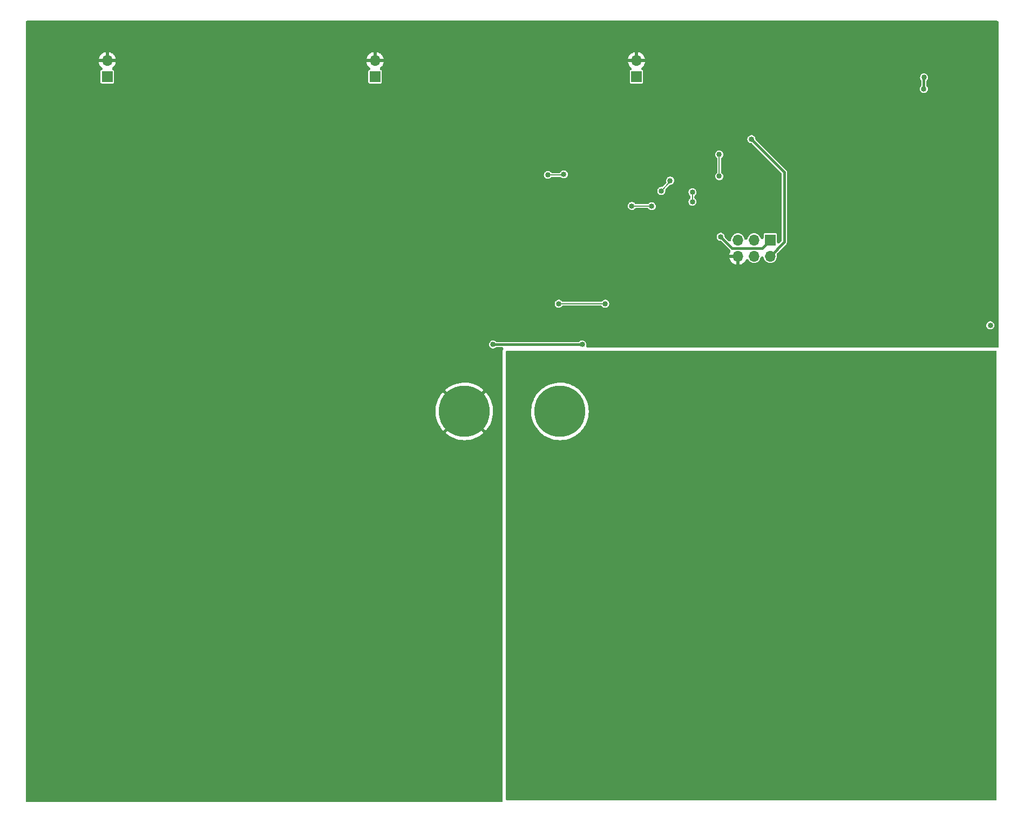
<source format=gbr>
%TF.GenerationSoftware,KiCad,Pcbnew,6.0.0-rc1-unknown-c40e921cb3~144~ubuntu20.04.1*%
%TF.CreationDate,2021-11-23T20:48:53+02:00*%
%TF.ProjectId,solar_lantern,736f6c61-725f-46c6-916e-7465726e2e6b,1*%
%TF.SameCoordinates,Original*%
%TF.FileFunction,Copper,L2,Bot*%
%TF.FilePolarity,Positive*%
%FSLAX46Y46*%
G04 Gerber Fmt 4.6, Leading zero omitted, Abs format (unit mm)*
G04 Created by KiCad (PCBNEW 6.0.0-rc1-unknown-c40e921cb3~144~ubuntu20.04.1) date 2021-11-23 20:48:53*
%MOMM*%
%LPD*%
G01*
G04 APERTURE LIST*
%TA.AperFunction,ComponentPad*%
%ADD10R,1.700000X1.700000*%
%TD*%
%TA.AperFunction,ComponentPad*%
%ADD11O,1.700000X1.700000*%
%TD*%
%TA.AperFunction,ComponentPad*%
%ADD12C,8.000000*%
%TD*%
%TA.AperFunction,ViaPad*%
%ADD13C,0.850000*%
%TD*%
%TA.AperFunction,Conductor*%
%ADD14C,0.400000*%
%TD*%
%TA.AperFunction,Conductor*%
%ADD15C,0.200000*%
%TD*%
G04 APERTURE END LIST*
D10*
%TO.P,BT1,1,+*%
%TO.N,+BATT*%
X105000000Y-31000000D03*
D11*
%TO.P,BT1,2,-*%
%TO.N,GND*%
X105000000Y-28460000D03*
%TD*%
D10*
%TO.P,BT2,1,+*%
%TO.N,Net-(BT2-Pad1)*%
X146000000Y-31000000D03*
D11*
%TO.P,BT2,2,-*%
%TO.N,GND*%
X146000000Y-28460000D03*
%TD*%
D10*
%TO.P,BT3,1,+*%
%TO.N,Net-(BT3-Pad1)*%
X63000000Y-31000000D03*
D11*
%TO.P,BT3,2,-*%
%TO.N,GND*%
X63000000Y-28460000D03*
%TD*%
D12*
%TO.P,J1,1,Pin_1*%
%TO.N,GND*%
X119000000Y-83500000D03*
%TO.P,J1,2,Pin_2*%
%TO.N,/Solar charger/VIN*%
X134000000Y-83500000D03*
%TD*%
D10*
%TO.P,J2,1,MISO*%
%TO.N,/MISO*%
X166989511Y-56600000D03*
D11*
%TO.P,J2,2,VCC*%
%TO.N,+BATT*%
X166989511Y-59140000D03*
%TO.P,J2,3,SCK*%
%TO.N,/SCK*%
X164449511Y-56600000D03*
%TO.P,J2,4,MOSI*%
%TO.N,/MOSI*%
X164449511Y-59140000D03*
%TO.P,J2,5,~{RST}*%
%TO.N,/RESET*%
X161909511Y-56600000D03*
%TO.P,J2,6,GND*%
%TO.N,GND*%
X161909511Y-59140000D03*
%TD*%
D13*
%TO.N,GND*%
X136600000Y-65500000D03*
X201000000Y-29000000D03*
X150991925Y-24000000D03*
X50991925Y-89000000D03*
X201000000Y-34000000D03*
X165324511Y-40785001D03*
X50991925Y-44000000D03*
X50991925Y-24000000D03*
X50991925Y-114000000D03*
X175991925Y-24000000D03*
X127300000Y-64700000D03*
X50991925Y-59000000D03*
X91000000Y-144000000D03*
X61000000Y-144000000D03*
X138800000Y-44600000D03*
X127300000Y-63100000D03*
X76000000Y-144000000D03*
X81000000Y-144000000D03*
X122500000Y-79500000D03*
X113500000Y-83500000D03*
X141300000Y-43700000D03*
X119000000Y-89000000D03*
X115000000Y-79500000D03*
X143500000Y-53600000D03*
X140700000Y-70800000D03*
X50991925Y-134000000D03*
X50991925Y-124000000D03*
X129000000Y-59600000D03*
X124100000Y-65100000D03*
X190991925Y-24000000D03*
X111000000Y-144000000D03*
X86000000Y-144000000D03*
X50991925Y-54000000D03*
X129200000Y-65700000D03*
X50991925Y-119000000D03*
X165991925Y-24000000D03*
X131522500Y-52902500D03*
X145200000Y-47200000D03*
X121000000Y-144000000D03*
X50991925Y-69000000D03*
X128800000Y-52900000D03*
X136400000Y-43200000D03*
X140522500Y-60502500D03*
X85991925Y-24000000D03*
X201600000Y-43100000D03*
X201000000Y-64000000D03*
X80991925Y-24000000D03*
X50991925Y-94000000D03*
X71000000Y-144000000D03*
X170991925Y-24000000D03*
X70991925Y-24000000D03*
X200991925Y-24000000D03*
X110991925Y-24000000D03*
X50991925Y-99000000D03*
X147900000Y-59200000D03*
X96000000Y-144000000D03*
X115991925Y-24000000D03*
X100991925Y-24000000D03*
X160991925Y-24000000D03*
X145222500Y-58202500D03*
X131522500Y-54102500D03*
X125991925Y-24000000D03*
X120991925Y-24000000D03*
X50991925Y-64000000D03*
X56000000Y-144000000D03*
X50991925Y-84000000D03*
X101000000Y-144000000D03*
X50991925Y-29000000D03*
X201000000Y-49000000D03*
X75991925Y-24000000D03*
X133600000Y-63100000D03*
X180991925Y-24000000D03*
X130991925Y-24000000D03*
X132700000Y-64400000D03*
X50991925Y-104000000D03*
X145991925Y-24000000D03*
X90991925Y-24000000D03*
X50991925Y-109000000D03*
X185991925Y-24000000D03*
X65991925Y-24000000D03*
X119000000Y-78000000D03*
X155824511Y-48185001D03*
X50991925Y-129000000D03*
X115000000Y-87500000D03*
X135991925Y-24000000D03*
X116000000Y-144000000D03*
X55991925Y-24000000D03*
X95991925Y-24000000D03*
X105991925Y-24000000D03*
X50991925Y-39000000D03*
X166524511Y-41885001D03*
X66000000Y-144000000D03*
X201000000Y-59000000D03*
X106000000Y-144000000D03*
X140991925Y-24000000D03*
X201000000Y-54000000D03*
X138800000Y-41700000D03*
X155991925Y-24000000D03*
X50991925Y-79000000D03*
X140700000Y-67800000D03*
X50991925Y-34000000D03*
X50991925Y-144000000D03*
X201600000Y-39100000D03*
X143600000Y-47200000D03*
X50991925Y-49000000D03*
X50991925Y-74000000D03*
X50991925Y-139000000D03*
X60991925Y-24000000D03*
X125100000Y-63200000D03*
%TO.N,+BATT*%
X158989511Y-43200000D03*
X164024511Y-40785001D03*
X158989511Y-46600000D03*
%TO.N,/MISO*%
X159200000Y-56100000D03*
%TO.N,/~{CHARGING}*%
X145262740Y-51262740D03*
X148400000Y-51300000D03*
%TO.N,/CHARLIE_2*%
X191100000Y-31100000D03*
X191072500Y-32900000D03*
%TO.N,/LED_PWM*%
X141100000Y-66600000D03*
X154789511Y-49100000D03*
X133800000Y-66600000D03*
X154789511Y-50600000D03*
%TO.N,/LED_FB*%
X186500000Y-80000000D03*
X176500000Y-140000000D03*
X156500000Y-130000000D03*
X196500000Y-85000000D03*
X156500000Y-135000000D03*
X141500000Y-115000000D03*
X176500000Y-115000000D03*
X128000000Y-79700000D03*
X136500000Y-140000000D03*
X201500000Y-80000000D03*
X129000000Y-79700000D03*
X201500000Y-125000000D03*
X191500000Y-100000000D03*
X181500000Y-130000000D03*
X171500000Y-90000000D03*
X141500000Y-90000000D03*
X151500000Y-115000000D03*
X136500000Y-115000000D03*
X196500000Y-125000000D03*
X146500000Y-130000000D03*
X191500000Y-95000000D03*
X136500000Y-90000000D03*
X166500000Y-115000000D03*
X156500000Y-110000000D03*
X130000000Y-88300000D03*
X136500000Y-125000000D03*
X146500000Y-135000000D03*
X141500000Y-95000000D03*
X127000000Y-77700000D03*
X196500000Y-110000000D03*
X171500000Y-125000000D03*
X181500000Y-125000000D03*
X201500000Y-95000000D03*
X129000000Y-87300000D03*
X156500000Y-105000000D03*
X176500000Y-105000000D03*
X201500000Y-135000000D03*
X201500000Y-110000000D03*
X128987851Y-76700000D03*
X136500000Y-135000000D03*
X186500000Y-95000000D03*
X141500000Y-100000000D03*
X127000000Y-87300000D03*
X126500000Y-95000000D03*
X181500000Y-105000000D03*
X131500000Y-75000000D03*
X186500000Y-120000000D03*
X129000000Y-77700000D03*
X151500000Y-140000000D03*
X176500000Y-85000000D03*
X186500000Y-75000000D03*
X156500000Y-120000000D03*
X166500000Y-85000000D03*
X146500000Y-140000000D03*
X171500000Y-120000000D03*
X196500000Y-135000000D03*
X201500000Y-100000000D03*
X151500000Y-110000000D03*
X161500000Y-90000000D03*
X151500000Y-135000000D03*
X186500000Y-115000000D03*
X141500000Y-135000000D03*
X156500000Y-95000000D03*
X186500000Y-90000000D03*
X126300000Y-83500000D03*
X181500000Y-110000000D03*
X201500000Y-85000000D03*
X146500000Y-115000000D03*
X141500000Y-110000000D03*
X128000000Y-87300000D03*
X126987851Y-76700000D03*
X181500000Y-120000000D03*
X161500000Y-135000000D03*
X196500000Y-95000000D03*
X196500000Y-100000000D03*
X136500000Y-95000000D03*
X128000000Y-77700000D03*
X127200000Y-83500000D03*
X201500000Y-115000000D03*
X131500000Y-110000000D03*
X166500000Y-80000000D03*
X141500000Y-80000000D03*
X129987851Y-78699013D03*
X146500000Y-75000000D03*
X126500000Y-100000000D03*
X186500000Y-85000000D03*
X176500000Y-135000000D03*
X176500000Y-130000000D03*
X131500000Y-125000000D03*
X131500000Y-95000000D03*
X171500000Y-95000000D03*
X126500000Y-130000000D03*
X181500000Y-115000000D03*
X161500000Y-80000000D03*
X186500000Y-100000000D03*
X151500000Y-105000000D03*
X125987851Y-76700000D03*
X141500000Y-85000000D03*
X130000000Y-79699013D03*
X130000000Y-87300000D03*
X130000000Y-90300000D03*
X171500000Y-110000000D03*
X171500000Y-135000000D03*
X181500000Y-75000000D03*
X166500000Y-95000000D03*
X136500000Y-120000000D03*
X141500000Y-140000000D03*
X156500000Y-125000000D03*
X161500000Y-130000000D03*
X186500000Y-105000000D03*
X191500000Y-105000000D03*
X181500000Y-95000000D03*
X127000000Y-88300000D03*
X126500000Y-125000000D03*
X136500000Y-105000000D03*
X151500000Y-125000000D03*
X128000000Y-90300000D03*
X136500000Y-100000000D03*
X146500000Y-80000000D03*
X141500000Y-125000000D03*
X166500000Y-135000000D03*
X126500000Y-140000000D03*
X126987851Y-78700000D03*
X196500000Y-115000000D03*
X176500000Y-75000000D03*
X201500000Y-90000000D03*
X171500000Y-75000000D03*
X156500000Y-100000000D03*
X130000000Y-89300000D03*
X156500000Y-115000000D03*
X201500000Y-120000000D03*
X126000000Y-90300000D03*
X191500000Y-90000000D03*
X166500000Y-110000000D03*
X151500000Y-80000000D03*
X131500000Y-100000000D03*
X141500000Y-120000000D03*
X151500000Y-100000000D03*
X131500000Y-105000000D03*
X161500000Y-105000000D03*
X176500000Y-80000000D03*
X166500000Y-100000000D03*
X196500000Y-75000000D03*
X166500000Y-130000000D03*
X126000000Y-88300000D03*
X127000000Y-89300000D03*
X128987851Y-78700000D03*
X201500000Y-130000000D03*
X196500000Y-130000000D03*
X131500000Y-130000000D03*
X186500000Y-110000000D03*
X146500000Y-100000000D03*
X129000000Y-88300000D03*
X161500000Y-115000000D03*
X181500000Y-100000000D03*
X201500000Y-140000000D03*
X186500000Y-130000000D03*
X176500000Y-120000000D03*
X191500000Y-115000000D03*
X156500000Y-85000000D03*
X191500000Y-130000000D03*
X176500000Y-110000000D03*
X129987851Y-76699013D03*
X166500000Y-75000000D03*
X127000000Y-90300000D03*
X141500000Y-130000000D03*
X146500000Y-120000000D03*
X176500000Y-100000000D03*
X126500000Y-110000000D03*
X126500000Y-75000000D03*
X161500000Y-85000000D03*
X191500000Y-120000000D03*
X196500000Y-105000000D03*
X127987851Y-78700000D03*
X129000000Y-90300000D03*
X126000000Y-87300000D03*
X166500000Y-125000000D03*
X176500000Y-90000000D03*
X131500000Y-120000000D03*
X196500000Y-120000000D03*
X161500000Y-75000000D03*
X191500000Y-135000000D03*
X125987851Y-78700000D03*
X181500000Y-85000000D03*
X196500000Y-140000000D03*
X161500000Y-140000000D03*
X129000000Y-83500000D03*
X151500000Y-120000000D03*
X130000000Y-77699013D03*
X146500000Y-85000000D03*
X156500000Y-90000000D03*
X191500000Y-80000000D03*
X191500000Y-125000000D03*
X166500000Y-105000000D03*
X126500000Y-105000000D03*
X156500000Y-140000000D03*
X151500000Y-85000000D03*
X129000000Y-89300000D03*
X126500000Y-115000000D03*
X161500000Y-95000000D03*
X126500000Y-120000000D03*
X131500000Y-135000000D03*
X161500000Y-125000000D03*
X131500000Y-90000000D03*
X128000000Y-89300000D03*
X127000000Y-79700000D03*
X181500000Y-135000000D03*
X151500000Y-90000000D03*
X176500000Y-125000000D03*
X131500000Y-115000000D03*
X141500000Y-75000000D03*
X151500000Y-75000000D03*
X136500000Y-75000000D03*
X128000000Y-88300000D03*
X161500000Y-110000000D03*
X166500000Y-120000000D03*
X191500000Y-75000000D03*
X171500000Y-80000000D03*
X146500000Y-90000000D03*
X191500000Y-110000000D03*
X161500000Y-120000000D03*
X151500000Y-130000000D03*
X196500000Y-80000000D03*
X128100000Y-83500000D03*
X181500000Y-90000000D03*
X161500000Y-100000000D03*
X136500000Y-110000000D03*
X141500000Y-105000000D03*
X186500000Y-125000000D03*
X191500000Y-85000000D03*
X181500000Y-80000000D03*
X166500000Y-140000000D03*
X156500000Y-75000000D03*
X201500000Y-105000000D03*
X201500000Y-75000000D03*
X191500000Y-140000000D03*
X151500000Y-95000000D03*
X171500000Y-140000000D03*
X126500000Y-135000000D03*
X126000000Y-77700000D03*
X176500000Y-95000000D03*
X127987851Y-76700000D03*
X131500000Y-140000000D03*
X171500000Y-100000000D03*
X136500000Y-130000000D03*
X171500000Y-130000000D03*
X171500000Y-85000000D03*
X126000000Y-89300000D03*
X171500000Y-115000000D03*
X146500000Y-125000000D03*
X171500000Y-105000000D03*
X146500000Y-110000000D03*
X126000000Y-79700000D03*
X146500000Y-95000000D03*
X146500000Y-105000000D03*
X181500000Y-140000000D03*
X166500000Y-90000000D03*
X186500000Y-135000000D03*
X186500000Y-140000000D03*
X201500000Y-70000000D03*
X196500000Y-90000000D03*
X156500000Y-80000000D03*
%TO.N,/BATT_VOLTAGE*%
X151282456Y-47282456D03*
X149900000Y-48900000D03*
%TO.N,/~{LED_EN}*%
X134600000Y-46300000D03*
X132100000Y-46400000D03*
%TO.N,Net-(D11-Pad1)*%
X123500000Y-73000000D03*
X137500000Y-73000000D03*
%TD*%
D14*
%TO.N,+BATT*%
X169200000Y-45960490D02*
X169200000Y-56929511D01*
D15*
X158989511Y-46600000D02*
X158989511Y-43200000D01*
D14*
X164024511Y-40785001D02*
X169200000Y-45960490D01*
X169200000Y-56929511D02*
X166989511Y-59140000D01*
%TO.N,/MISO*%
X160985001Y-57885001D02*
X159200000Y-56100000D01*
X165704510Y-57885001D02*
X160985001Y-57885001D01*
X166989511Y-56600000D02*
X165704510Y-57885001D01*
D15*
%TO.N,/~{CHARGING}*%
X145262740Y-51262740D02*
X148362740Y-51262740D01*
X148362740Y-51262740D02*
X148400000Y-51300000D01*
D14*
%TO.N,/CHARLIE_2*%
X191072500Y-31127500D02*
X191072500Y-32900000D01*
X191100000Y-31100000D02*
X191072500Y-31127500D01*
D15*
%TO.N,/LED_PWM*%
X154789511Y-50600000D02*
X154789511Y-49100000D01*
X133800000Y-66600000D02*
X141100000Y-66600000D01*
%TO.N,/BATT_VOLTAGE*%
X149900000Y-48900000D02*
X151282456Y-47517544D01*
X151282456Y-47517544D02*
X151282456Y-47282456D01*
%TO.N,/~{LED_EN}*%
X134500000Y-46400000D02*
X134600000Y-46300000D01*
X132100000Y-46400000D02*
X134500000Y-46400000D01*
D14*
%TO.N,Net-(D11-Pad1)*%
X137500000Y-73000000D02*
X123500000Y-73000000D01*
%TD*%
%TA.AperFunction,Conductor*%
%TO.N,GND*%
G36*
X202646288Y-22218954D02*
G01*
X202727070Y-22272930D01*
X202781046Y-22353712D01*
X202800000Y-22449000D01*
X202800000Y-73267513D01*
X202781046Y-73362801D01*
X202727070Y-73443583D01*
X202646288Y-73497559D01*
X202551000Y-73516513D01*
X202509199Y-73512019D01*
X202509119Y-73512577D01*
X202374801Y-73493265D01*
X202374796Y-73493265D01*
X202366000Y-73492000D01*
X138343127Y-73492000D01*
X138247839Y-73473046D01*
X138167057Y-73419070D01*
X138113081Y-73338288D01*
X138094127Y-73243000D01*
X138102611Y-73178557D01*
X138103028Y-73177001D01*
X138108624Y-73163080D01*
X138129956Y-73013196D01*
X138130094Y-73000000D01*
X138111906Y-72849701D01*
X138058392Y-72708080D01*
X138029567Y-72666139D01*
X137981141Y-72595679D01*
X137981138Y-72595676D01*
X137972640Y-72583311D01*
X137859603Y-72482599D01*
X137789162Y-72445303D01*
X137739070Y-72418780D01*
X137739067Y-72418779D01*
X137725805Y-72411757D01*
X137578972Y-72374874D01*
X137503275Y-72374478D01*
X137442584Y-72374160D01*
X137442580Y-72374160D01*
X137427579Y-72374082D01*
X137412989Y-72377585D01*
X137412986Y-72377585D01*
X137294961Y-72405920D01*
X137294958Y-72405921D01*
X137280367Y-72409424D01*
X137145835Y-72478861D01*
X137134527Y-72488726D01*
X137134525Y-72488727D01*
X137077886Y-72538137D01*
X136993620Y-72586494D01*
X136914199Y-72599500D01*
X124085645Y-72599500D01*
X123990357Y-72580546D01*
X123920006Y-72536416D01*
X123859603Y-72482599D01*
X123789162Y-72445303D01*
X123739070Y-72418780D01*
X123739067Y-72418779D01*
X123725805Y-72411757D01*
X123578972Y-72374874D01*
X123503275Y-72374478D01*
X123442584Y-72374160D01*
X123442580Y-72374160D01*
X123427579Y-72374082D01*
X123412989Y-72377585D01*
X123412986Y-72377585D01*
X123294961Y-72405920D01*
X123294958Y-72405921D01*
X123280367Y-72409424D01*
X123145835Y-72478861D01*
X123134527Y-72488726D01*
X123134525Y-72488727D01*
X123079861Y-72536414D01*
X123031749Y-72578385D01*
X123023115Y-72590670D01*
X123023114Y-72590671D01*
X123016909Y-72599500D01*
X122944696Y-72702249D01*
X122939242Y-72716239D01*
X122939241Y-72716240D01*
X122936949Y-72722120D01*
X122889702Y-72843302D01*
X122869941Y-72993402D01*
X122886554Y-73143883D01*
X122891711Y-73157976D01*
X122891712Y-73157979D01*
X122931796Y-73267513D01*
X122938582Y-73286057D01*
X123023022Y-73411716D01*
X123034125Y-73421819D01*
X123117362Y-73497559D01*
X123134998Y-73513607D01*
X123268047Y-73585847D01*
X123334697Y-73603332D01*
X123399962Y-73620454D01*
X123399964Y-73620454D01*
X123414486Y-73624264D01*
X123429500Y-73624500D01*
X123429501Y-73624500D01*
X123471897Y-73625166D01*
X123565863Y-73626642D01*
X123580488Y-73623292D01*
X123580492Y-73623292D01*
X123657576Y-73605637D01*
X123713437Y-73592843D01*
X123848689Y-73524819D01*
X123880606Y-73497559D01*
X123924394Y-73460160D01*
X124009161Y-73412687D01*
X124086108Y-73400500D01*
X124885617Y-73400500D01*
X124980905Y-73419454D01*
X125061687Y-73473430D01*
X125115663Y-73554212D01*
X125134617Y-73649500D01*
X125115663Y-73744788D01*
X125099980Y-73774769D01*
X125092645Y-73783234D01*
X125032579Y-73914760D01*
X125012577Y-73982881D01*
X124992000Y-74126000D01*
X124992000Y-144366000D01*
X125003609Y-144473980D01*
X125005024Y-144480484D01*
X125005024Y-144480485D01*
X125008850Y-144498072D01*
X125010583Y-144595212D01*
X124975012Y-144685620D01*
X124907549Y-144755534D01*
X124818468Y-144794310D01*
X124765540Y-144800000D01*
X50449000Y-144800000D01*
X50353712Y-144781046D01*
X50272930Y-144727070D01*
X50218954Y-144646288D01*
X50200000Y-144551000D01*
X50200000Y-86863801D01*
X116000998Y-86863801D01*
X116013562Y-86882185D01*
X116023371Y-86891592D01*
X116031876Y-86899038D01*
X116343023Y-87147423D01*
X116352148Y-87154052D01*
X116684524Y-87373214D01*
X116694226Y-87378998D01*
X117045102Y-87567136D01*
X117055274Y-87572009D01*
X117421765Y-87727575D01*
X117432337Y-87731507D01*
X117811401Y-87853211D01*
X117822310Y-87856175D01*
X118210840Y-87943022D01*
X118221965Y-87944983D01*
X118616770Y-87996260D01*
X118628032Y-87997205D01*
X119025852Y-88012488D01*
X119037147Y-88012409D01*
X119434733Y-87991573D01*
X119445972Y-87990470D01*
X119840024Y-87933687D01*
X119851111Y-87931572D01*
X120238406Y-87839305D01*
X120249256Y-87836194D01*
X120626586Y-87709208D01*
X120637115Y-87705125D01*
X121001382Y-87544463D01*
X121011508Y-87539436D01*
X121359697Y-87346432D01*
X121369335Y-87340503D01*
X121698604Y-87116733D01*
X121707647Y-87109968D01*
X121986881Y-86880603D01*
X122000103Y-86864478D01*
X121994158Y-86853368D01*
X119017341Y-83876551D01*
X119000000Y-83864964D01*
X118982659Y-83876551D01*
X116012252Y-86846958D01*
X116000998Y-86863801D01*
X50200000Y-86863801D01*
X50200000Y-83651850D01*
X114489993Y-83651850D01*
X114490386Y-83663117D01*
X114522317Y-84059976D01*
X114523731Y-84071168D01*
X114591497Y-84463494D01*
X114593921Y-84474517D01*
X114696970Y-84859100D01*
X114700372Y-84869826D01*
X114837848Y-85243475D01*
X114842232Y-85253904D01*
X115012997Y-85613534D01*
X115018295Y-85623498D01*
X115220966Y-85966198D01*
X115227134Y-85975623D01*
X115460041Y-86298557D01*
X115467037Y-86307382D01*
X115621323Y-86484868D01*
X115637814Y-86497636D01*
X115650278Y-86490512D01*
X118623449Y-83517341D01*
X118635036Y-83500000D01*
X119364964Y-83500000D01*
X119376551Y-83517341D01*
X122346159Y-86486949D01*
X122363500Y-86498536D01*
X122374670Y-86491072D01*
X122571799Y-86257801D01*
X122578708Y-86248829D01*
X122807057Y-85922713D01*
X122813099Y-85913193D01*
X123010973Y-85567685D01*
X123016118Y-85557674D01*
X123181854Y-85195674D01*
X123186091Y-85185187D01*
X123318329Y-84809678D01*
X123321591Y-84798872D01*
X123419256Y-84412904D01*
X123421527Y-84401842D01*
X123483807Y-84008621D01*
X123485065Y-83997409D01*
X123511595Y-83597970D01*
X123511861Y-83591026D01*
X123512779Y-83503473D01*
X123512658Y-83496542D01*
X123494498Y-83096639D01*
X123493474Y-83085385D01*
X123439445Y-82690963D01*
X123437402Y-82679831D01*
X123347845Y-82291919D01*
X123344810Y-82281048D01*
X123220461Y-81902838D01*
X123216451Y-81892283D01*
X123058330Y-81526887D01*
X123053391Y-81516760D01*
X122862804Y-81167197D01*
X122856960Y-81157548D01*
X122635484Y-80826711D01*
X122628775Y-80817612D01*
X122379393Y-80509652D01*
X122365412Y-80500024D01*
X122347203Y-80512007D01*
X119376551Y-83482659D01*
X119364964Y-83500000D01*
X118635036Y-83500000D01*
X118623449Y-83482659D01*
X115654953Y-80514163D01*
X115637612Y-80502576D01*
X115624374Y-80511422D01*
X115526618Y-80619230D01*
X115519413Y-80627939D01*
X115279820Y-80945889D01*
X115273433Y-80955217D01*
X115063643Y-81293575D01*
X115058132Y-81303436D01*
X114879869Y-81659419D01*
X114875277Y-81669732D01*
X114730011Y-82040408D01*
X114726369Y-82051108D01*
X114615296Y-82433422D01*
X114612642Y-82444392D01*
X114536675Y-82835209D01*
X114535026Y-82846376D01*
X114494794Y-83242455D01*
X114494163Y-83253750D01*
X114489993Y-83651850D01*
X50200000Y-83651850D01*
X50200000Y-80137607D01*
X116002327Y-80137607D01*
X116010915Y-80151705D01*
X118982659Y-83123449D01*
X119000000Y-83135036D01*
X119017341Y-83123449D01*
X121986414Y-80154376D01*
X121998001Y-80137035D01*
X121990289Y-80125493D01*
X121782658Y-79947532D01*
X121773762Y-79940581D01*
X121449235Y-79709951D01*
X121439749Y-79703838D01*
X121095651Y-79503568D01*
X121085648Y-79498339D01*
X120724813Y-79330079D01*
X120714387Y-79325782D01*
X120339803Y-79190923D01*
X120329003Y-79187579D01*
X119943739Y-79087226D01*
X119932679Y-79084876D01*
X119539914Y-79019854D01*
X119528697Y-79018516D01*
X119131649Y-78989358D01*
X119120349Y-78989043D01*
X118722287Y-78995991D01*
X118711026Y-78996700D01*
X118315208Y-79039699D01*
X118304067Y-79041424D01*
X117913804Y-79120115D01*
X117902822Y-79122853D01*
X117521312Y-79236586D01*
X117510635Y-79240304D01*
X117140985Y-79388154D01*
X117130702Y-79392818D01*
X116775951Y-79573573D01*
X116766159Y-79579135D01*
X116429264Y-79791290D01*
X116419976Y-79797746D01*
X116103718Y-80039543D01*
X116095051Y-80046815D01*
X116014629Y-80120767D01*
X116002327Y-80137607D01*
X50200000Y-80137607D01*
X50200000Y-69993402D01*
X200869941Y-69993402D01*
X200886554Y-70143883D01*
X200891711Y-70157976D01*
X200891712Y-70157979D01*
X200898676Y-70177007D01*
X200938582Y-70286057D01*
X201023022Y-70411716D01*
X201134998Y-70513607D01*
X201268047Y-70585847D01*
X201334697Y-70603332D01*
X201399962Y-70620454D01*
X201399964Y-70620454D01*
X201414486Y-70624264D01*
X201429500Y-70624500D01*
X201429501Y-70624500D01*
X201471897Y-70625166D01*
X201565863Y-70626642D01*
X201580488Y-70623292D01*
X201580492Y-70623292D01*
X201657576Y-70605637D01*
X201713437Y-70592843D01*
X201848689Y-70524819D01*
X201963810Y-70426495D01*
X202052156Y-70303550D01*
X202075597Y-70245238D01*
X202103026Y-70177007D01*
X202103027Y-70177003D01*
X202108624Y-70163080D01*
X202129956Y-70013196D01*
X202130094Y-70000000D01*
X202111906Y-69849701D01*
X202058392Y-69708080D01*
X202029567Y-69666139D01*
X201981141Y-69595679D01*
X201981138Y-69595676D01*
X201972640Y-69583311D01*
X201859603Y-69482599D01*
X201789162Y-69445303D01*
X201739070Y-69418780D01*
X201739067Y-69418779D01*
X201725805Y-69411757D01*
X201578972Y-69374874D01*
X201503275Y-69374478D01*
X201442584Y-69374160D01*
X201442580Y-69374160D01*
X201427579Y-69374082D01*
X201412989Y-69377585D01*
X201412986Y-69377585D01*
X201294961Y-69405920D01*
X201294958Y-69405921D01*
X201280367Y-69409424D01*
X201145835Y-69478861D01*
X201134527Y-69488726D01*
X201134525Y-69488727D01*
X201043063Y-69568515D01*
X201031749Y-69578385D01*
X201023115Y-69590670D01*
X201023114Y-69590671D01*
X200988222Y-69640317D01*
X200944696Y-69702249D01*
X200939242Y-69716239D01*
X200939241Y-69716240D01*
X200936949Y-69722120D01*
X200889702Y-69843302D01*
X200869941Y-69993402D01*
X50200000Y-69993402D01*
X50200000Y-66593402D01*
X133169941Y-66593402D01*
X133186554Y-66743883D01*
X133191711Y-66757976D01*
X133191712Y-66757979D01*
X133198676Y-66777007D01*
X133238582Y-66886057D01*
X133323022Y-67011716D01*
X133434998Y-67113607D01*
X133568047Y-67185847D01*
X133634697Y-67203332D01*
X133699962Y-67220454D01*
X133699964Y-67220454D01*
X133714486Y-67224264D01*
X133729500Y-67224500D01*
X133729501Y-67224500D01*
X133771897Y-67225166D01*
X133865863Y-67226642D01*
X133880488Y-67223292D01*
X133880492Y-67223292D01*
X133957576Y-67205637D01*
X134013437Y-67192843D01*
X134148689Y-67124819D01*
X134263810Y-67026495D01*
X134279833Y-67004197D01*
X134350831Y-66937876D01*
X134441804Y-66903773D01*
X134482041Y-66900500D01*
X140415614Y-66900500D01*
X140510902Y-66919454D01*
X140591684Y-66973430D01*
X140604107Y-66988532D01*
X140604843Y-66987896D01*
X140614648Y-66999255D01*
X140623022Y-67011716D01*
X140734998Y-67113607D01*
X140868047Y-67185847D01*
X140934697Y-67203332D01*
X140999962Y-67220454D01*
X140999964Y-67220454D01*
X141014486Y-67224264D01*
X141029500Y-67224500D01*
X141029501Y-67224500D01*
X141071897Y-67225166D01*
X141165863Y-67226642D01*
X141180488Y-67223292D01*
X141180492Y-67223292D01*
X141257576Y-67205637D01*
X141313437Y-67192843D01*
X141448689Y-67124819D01*
X141563810Y-67026495D01*
X141652156Y-66903550D01*
X141675597Y-66845238D01*
X141703026Y-66777007D01*
X141703027Y-66777003D01*
X141708624Y-66763080D01*
X141729956Y-66613196D01*
X141730094Y-66600000D01*
X141711906Y-66449701D01*
X141658392Y-66308080D01*
X141625855Y-66260739D01*
X141581141Y-66195679D01*
X141581138Y-66195676D01*
X141572640Y-66183311D01*
X141459603Y-66082599D01*
X141389162Y-66045303D01*
X141339070Y-66018780D01*
X141339067Y-66018779D01*
X141325805Y-66011757D01*
X141178972Y-65974874D01*
X141103276Y-65974478D01*
X141042584Y-65974160D01*
X141042580Y-65974160D01*
X141027579Y-65974082D01*
X141012989Y-65977585D01*
X141012986Y-65977585D01*
X140894961Y-66005920D01*
X140894958Y-66005921D01*
X140880367Y-66009424D01*
X140745835Y-66078861D01*
X140734527Y-66088726D01*
X140734525Y-66088727D01*
X140643063Y-66168515D01*
X140631749Y-66178385D01*
X140623114Y-66190672D01*
X140621000Y-66193679D01*
X140616790Y-66197695D01*
X140613075Y-66201821D01*
X140612761Y-66201538D01*
X140550701Y-66260739D01*
X140460090Y-66295793D01*
X140417283Y-66299500D01*
X134483500Y-66299500D01*
X134388212Y-66280546D01*
X134307430Y-66226570D01*
X134291092Y-66206925D01*
X134291071Y-66206943D01*
X134281141Y-66195679D01*
X134272640Y-66183311D01*
X134159603Y-66082599D01*
X134089162Y-66045303D01*
X134039070Y-66018780D01*
X134039067Y-66018779D01*
X134025805Y-66011757D01*
X133878972Y-65974874D01*
X133803276Y-65974478D01*
X133742584Y-65974160D01*
X133742580Y-65974160D01*
X133727579Y-65974082D01*
X133712989Y-65977585D01*
X133712986Y-65977585D01*
X133594961Y-66005920D01*
X133594958Y-66005921D01*
X133580367Y-66009424D01*
X133445835Y-66078861D01*
X133434527Y-66088726D01*
X133434525Y-66088727D01*
X133343063Y-66168515D01*
X133331749Y-66178385D01*
X133323115Y-66190670D01*
X133323114Y-66190671D01*
X133315477Y-66201538D01*
X133244696Y-66302249D01*
X133239242Y-66316239D01*
X133239241Y-66316240D01*
X133236949Y-66322120D01*
X133189702Y-66443302D01*
X133169941Y-66593402D01*
X50200000Y-66593402D01*
X50200000Y-59404774D01*
X160577357Y-59404774D01*
X160577657Y-59407471D01*
X160606967Y-59537529D01*
X160613053Y-59556949D01*
X160689378Y-59744917D01*
X160698568Y-59763110D01*
X160804564Y-59936079D01*
X160816592Y-59952513D01*
X160949420Y-60105853D01*
X160963979Y-60120110D01*
X161120060Y-60249691D01*
X161136752Y-60261379D01*
X161311905Y-60363730D01*
X161330273Y-60372531D01*
X161519790Y-60444900D01*
X161539364Y-60450587D01*
X161631476Y-60469327D01*
X161652335Y-60469418D01*
X161655493Y-60461886D01*
X161655511Y-60461712D01*
X161655511Y-59418527D01*
X161651442Y-59398069D01*
X161630984Y-59394000D01*
X160599148Y-59394000D01*
X160578690Y-59398069D01*
X160577357Y-59404774D01*
X50200000Y-59404774D01*
X50200000Y-56093402D01*
X158569941Y-56093402D01*
X158586554Y-56243883D01*
X158591711Y-56257976D01*
X158591712Y-56257979D01*
X158632315Y-56368931D01*
X158638582Y-56386057D01*
X158723022Y-56511716D01*
X158834998Y-56613607D01*
X158968047Y-56685847D01*
X159114486Y-56724264D01*
X159129498Y-56724500D01*
X159129500Y-56724500D01*
X159149742Y-56724818D01*
X159159314Y-56724968D01*
X159254293Y-56745416D01*
X159331474Y-56797867D01*
X160691108Y-58157501D01*
X160745084Y-58238283D01*
X160764038Y-58333571D01*
X160745084Y-58428859D01*
X160731541Y-58456565D01*
X160720384Y-58476204D01*
X160634974Y-58660205D01*
X160627939Y-58679327D01*
X160574422Y-58872301D01*
X160575329Y-58882388D01*
X160586885Y-58886000D01*
X161914511Y-58886000D01*
X162009799Y-58904954D01*
X162090581Y-58958930D01*
X162144557Y-59039712D01*
X162163511Y-59135000D01*
X162163511Y-60452105D01*
X162167580Y-60472563D01*
X162178430Y-60474721D01*
X162182687Y-60474175D01*
X162202610Y-60469941D01*
X162396923Y-60411644D01*
X162415890Y-60404211D01*
X162598078Y-60314957D01*
X162615564Y-60304533D01*
X162780723Y-60186727D01*
X162796287Y-60173575D01*
X162939988Y-60030374D01*
X162953185Y-60014867D01*
X163071575Y-59850110D01*
X163082058Y-59832664D01*
X163130281Y-59735092D01*
X163189493Y-59658065D01*
X163273674Y-59609562D01*
X163370009Y-59596964D01*
X163463831Y-59622192D01*
X163540858Y-59681404D01*
X163558891Y-59705335D01*
X163562223Y-59711818D01*
X163569783Y-59721356D01*
X163569784Y-59721358D01*
X163598582Y-59757692D01*
X163690188Y-59873270D01*
X163847075Y-60006791D01*
X164026909Y-60107297D01*
X164222840Y-60170959D01*
X164234928Y-60172400D01*
X164234931Y-60172401D01*
X164355079Y-60186727D01*
X164427405Y-60195351D01*
X164632811Y-60179546D01*
X164701636Y-60160330D01*
X164819515Y-60127418D01*
X164819519Y-60127416D01*
X164831236Y-60124145D01*
X164842096Y-60118659D01*
X164842099Y-60118658D01*
X164921796Y-60078400D01*
X165015121Y-60031258D01*
X165024713Y-60023764D01*
X165024716Y-60023762D01*
X165167864Y-59911923D01*
X165167866Y-59911922D01*
X165177462Y-59904424D01*
X165312075Y-59748472D01*
X165332898Y-59711818D01*
X165407817Y-59579936D01*
X165407817Y-59579935D01*
X165413834Y-59569344D01*
X165478862Y-59373863D01*
X165479346Y-59370033D01*
X165517244Y-59285109D01*
X165587776Y-59218294D01*
X165678508Y-59183555D01*
X165775627Y-59186183D01*
X165864349Y-59225776D01*
X165931164Y-59296308D01*
X165959817Y-59360361D01*
X165973326Y-59407471D01*
X166008055Y-59528586D01*
X166013621Y-59539416D01*
X166013622Y-59539419D01*
X166074598Y-59658065D01*
X166102223Y-59711818D01*
X166230188Y-59873270D01*
X166387075Y-60006791D01*
X166566909Y-60107297D01*
X166762840Y-60170959D01*
X166774928Y-60172400D01*
X166774931Y-60172401D01*
X166895079Y-60186727D01*
X166967405Y-60195351D01*
X167172811Y-60179546D01*
X167241636Y-60160330D01*
X167359515Y-60127418D01*
X167359519Y-60127416D01*
X167371236Y-60124145D01*
X167382096Y-60118659D01*
X167382099Y-60118658D01*
X167461796Y-60078400D01*
X167555121Y-60031258D01*
X167564713Y-60023764D01*
X167564716Y-60023762D01*
X167707864Y-59911923D01*
X167707866Y-59911922D01*
X167717462Y-59904424D01*
X167852075Y-59748472D01*
X167872898Y-59711818D01*
X167947817Y-59579936D01*
X167947817Y-59579935D01*
X167953834Y-59569344D01*
X168018862Y-59373863D01*
X168044682Y-59169474D01*
X168045094Y-59140000D01*
X168024991Y-58934970D01*
X168006828Y-58874810D01*
X167997431Y-58778115D01*
X168025754Y-58685181D01*
X168069130Y-58626774D01*
X169505484Y-57190420D01*
X169505487Y-57190416D01*
X169528050Y-57167853D01*
X169536947Y-57150391D01*
X169541226Y-57144502D01*
X169546476Y-57135934D01*
X169549776Y-57129457D01*
X169561297Y-57113600D01*
X169567353Y-57094962D01*
X169570657Y-57088477D01*
X169574496Y-57079211D01*
X169576750Y-57072275D01*
X169585646Y-57054815D01*
X169588711Y-57035461D01*
X169590962Y-57028534D01*
X169593306Y-57018770D01*
X169594445Y-57011580D01*
X169600500Y-56992944D01*
X169600500Y-45897057D01*
X169594443Y-45878417D01*
X169593304Y-45871225D01*
X169590961Y-45861467D01*
X169588712Y-45854545D01*
X169585646Y-45835186D01*
X169576749Y-45817724D01*
X169574500Y-45810803D01*
X169570656Y-45801523D01*
X169567351Y-45795038D01*
X169561296Y-45776401D01*
X169549776Y-45760545D01*
X169546470Y-45754057D01*
X169541228Y-45745502D01*
X169536947Y-45739609D01*
X169528050Y-45722148D01*
X169505487Y-45699585D01*
X169505484Y-45699581D01*
X164724172Y-40918269D01*
X164670196Y-40837487D01*
X164653045Y-40772112D01*
X164638220Y-40649599D01*
X164638219Y-40649597D01*
X164636417Y-40634702D01*
X164582903Y-40493081D01*
X164554078Y-40451140D01*
X164505652Y-40380680D01*
X164505649Y-40380677D01*
X164497151Y-40368312D01*
X164384114Y-40267600D01*
X164313673Y-40230304D01*
X164263581Y-40203781D01*
X164263578Y-40203780D01*
X164250316Y-40196758D01*
X164103483Y-40159875D01*
X164027786Y-40159479D01*
X163967095Y-40159161D01*
X163967091Y-40159161D01*
X163952090Y-40159083D01*
X163937500Y-40162586D01*
X163937497Y-40162586D01*
X163819472Y-40190921D01*
X163819469Y-40190922D01*
X163804878Y-40194425D01*
X163670346Y-40263862D01*
X163659038Y-40273727D01*
X163659036Y-40273728D01*
X163567574Y-40353516D01*
X163556260Y-40363386D01*
X163547626Y-40375671D01*
X163547625Y-40375672D01*
X163512733Y-40425318D01*
X163469207Y-40487250D01*
X163463753Y-40501240D01*
X163463752Y-40501241D01*
X163461460Y-40507121D01*
X163414213Y-40628303D01*
X163394452Y-40778403D01*
X163411065Y-40928884D01*
X163463093Y-41071058D01*
X163547533Y-41196717D01*
X163659509Y-41298608D01*
X163792558Y-41370848D01*
X163938997Y-41409265D01*
X163954009Y-41409501D01*
X163954011Y-41409501D01*
X163974253Y-41409819D01*
X163983825Y-41409969D01*
X164078804Y-41430417D01*
X164155985Y-41482868D01*
X168726570Y-46053453D01*
X168780546Y-46134235D01*
X168799500Y-46229523D01*
X168799500Y-56660478D01*
X168780546Y-56755766D01*
X168726570Y-56836548D01*
X168465081Y-57098037D01*
X168384299Y-57152013D01*
X168289011Y-57170967D01*
X168193723Y-57152013D01*
X168112941Y-57098037D01*
X168058965Y-57017255D01*
X168040011Y-56921967D01*
X168040011Y-55730252D01*
X168036198Y-55711080D01*
X168033162Y-55695819D01*
X168033162Y-55695818D01*
X168028378Y-55671769D01*
X167984063Y-55605448D01*
X167917742Y-55561133D01*
X167893693Y-55556349D01*
X167893692Y-55556349D01*
X167871250Y-55551885D01*
X167871248Y-55551885D01*
X167859259Y-55549500D01*
X166119763Y-55549500D01*
X166107774Y-55551885D01*
X166107772Y-55551885D01*
X166085330Y-55556349D01*
X166085329Y-55556349D01*
X166061280Y-55561133D01*
X165994959Y-55605448D01*
X165950644Y-55671769D01*
X165945860Y-55695818D01*
X165945860Y-55695819D01*
X165942825Y-55711080D01*
X165939011Y-55730252D01*
X165939011Y-56212535D01*
X165920057Y-56307823D01*
X165866081Y-56388605D01*
X165785299Y-56442581D01*
X165690011Y-56461535D01*
X165594723Y-56442581D01*
X165513941Y-56388605D01*
X165459965Y-56307823D01*
X165451639Y-56284504D01*
X165428968Y-56209415D01*
X165428967Y-56209412D01*
X165425446Y-56197749D01*
X165401380Y-56152486D01*
X165334449Y-56026607D01*
X165328729Y-56015849D01*
X165198522Y-55856200D01*
X165157327Y-55822120D01*
X165118455Y-55789963D01*
X165039786Y-55724882D01*
X164962902Y-55683311D01*
X164869275Y-55632687D01*
X164869272Y-55632686D01*
X164858566Y-55626897D01*
X164829311Y-55617841D01*
X164673402Y-55569579D01*
X164673400Y-55569579D01*
X164661765Y-55565977D01*
X164456880Y-55544443D01*
X164251714Y-55563114D01*
X164054083Y-55621280D01*
X163871513Y-55716726D01*
X163710958Y-55845815D01*
X163578535Y-56003630D01*
X163572671Y-56014296D01*
X163572670Y-56014298D01*
X163525555Y-56100000D01*
X163479287Y-56184162D01*
X163475609Y-56195756D01*
X163475607Y-56195761D01*
X163416995Y-56380532D01*
X163414181Y-56379639D01*
X163384187Y-56449467D01*
X163314599Y-56517266D01*
X163224363Y-56553274D01*
X163127217Y-56552010D01*
X163037949Y-56513665D01*
X162970150Y-56444077D01*
X162940597Y-56380417D01*
X162940362Y-56379639D01*
X162885446Y-56197749D01*
X162861380Y-56152486D01*
X162794449Y-56026607D01*
X162788729Y-56015849D01*
X162658522Y-55856200D01*
X162617327Y-55822120D01*
X162578455Y-55789963D01*
X162499786Y-55724882D01*
X162422902Y-55683311D01*
X162329275Y-55632687D01*
X162329272Y-55632686D01*
X162318566Y-55626897D01*
X162289311Y-55617841D01*
X162133402Y-55569579D01*
X162133400Y-55569579D01*
X162121765Y-55565977D01*
X161916880Y-55544443D01*
X161711714Y-55563114D01*
X161514083Y-55621280D01*
X161331513Y-55716726D01*
X161170958Y-55845815D01*
X161038535Y-56003630D01*
X161032671Y-56014296D01*
X161032670Y-56014298D01*
X160985555Y-56100000D01*
X160939287Y-56184162D01*
X160935609Y-56195756D01*
X160935607Y-56195761D01*
X160880675Y-56368931D01*
X160876995Y-56380532D01*
X160854031Y-56585262D01*
X160854696Y-56593180D01*
X160834854Y-56686123D01*
X160779754Y-56766142D01*
X160698226Y-56818984D01*
X160602682Y-56836605D01*
X160507668Y-56816321D01*
X160430092Y-56763699D01*
X159899661Y-56233268D01*
X159845685Y-56152486D01*
X159828534Y-56087111D01*
X159813709Y-55964598D01*
X159813708Y-55964596D01*
X159811906Y-55949701D01*
X159758392Y-55808080D01*
X159704902Y-55730252D01*
X159681141Y-55695679D01*
X159681138Y-55695676D01*
X159672640Y-55683311D01*
X159559603Y-55582599D01*
X159487538Y-55544443D01*
X159439070Y-55518780D01*
X159439067Y-55518779D01*
X159425805Y-55511757D01*
X159278972Y-55474874D01*
X159203275Y-55474478D01*
X159142584Y-55474160D01*
X159142580Y-55474160D01*
X159127579Y-55474082D01*
X159112989Y-55477585D01*
X159112986Y-55477585D01*
X158994961Y-55505920D01*
X158994958Y-55505921D01*
X158980367Y-55509424D01*
X158845835Y-55578861D01*
X158834527Y-55588726D01*
X158834525Y-55588727D01*
X158784133Y-55632687D01*
X158731749Y-55678385D01*
X158723115Y-55690670D01*
X158723114Y-55690671D01*
X158703724Y-55718261D01*
X158644696Y-55802249D01*
X158639242Y-55816239D01*
X158639241Y-55816240D01*
X158636949Y-55822120D01*
X158589702Y-55943302D01*
X158569941Y-56093402D01*
X50200000Y-56093402D01*
X50200000Y-51256142D01*
X144632681Y-51256142D01*
X144649294Y-51406623D01*
X144654451Y-51420716D01*
X144654452Y-51420719D01*
X144675051Y-51477007D01*
X144701322Y-51548797D01*
X144785762Y-51674456D01*
X144897738Y-51776347D01*
X145030787Y-51848587D01*
X145097437Y-51866072D01*
X145162702Y-51883194D01*
X145162704Y-51883194D01*
X145177226Y-51887004D01*
X145192240Y-51887240D01*
X145192241Y-51887240D01*
X145234637Y-51887906D01*
X145328603Y-51889382D01*
X145343228Y-51886032D01*
X145343232Y-51886032D01*
X145420316Y-51868377D01*
X145476177Y-51855583D01*
X145611429Y-51787559D01*
X145726550Y-51689235D01*
X145742573Y-51666937D01*
X145813571Y-51600616D01*
X145904544Y-51566513D01*
X145944781Y-51563240D01*
X147690575Y-51563240D01*
X147785863Y-51582194D01*
X147866645Y-51636170D01*
X147897247Y-51673360D01*
X147897984Y-51674456D01*
X147923022Y-51711716D01*
X147934125Y-51721819D01*
X148013786Y-51794305D01*
X148034998Y-51813607D01*
X148168047Y-51885847D01*
X148234697Y-51903332D01*
X148299962Y-51920454D01*
X148299964Y-51920454D01*
X148314486Y-51924264D01*
X148329500Y-51924500D01*
X148329501Y-51924500D01*
X148371897Y-51925166D01*
X148465863Y-51926642D01*
X148480488Y-51923292D01*
X148480492Y-51923292D01*
X148557576Y-51905637D01*
X148613437Y-51892843D01*
X148748689Y-51824819D01*
X148863810Y-51726495D01*
X148952156Y-51603550D01*
X148979831Y-51534706D01*
X149003026Y-51477007D01*
X149003027Y-51477003D01*
X149008624Y-51463080D01*
X149029956Y-51313196D01*
X149030094Y-51300000D01*
X149020929Y-51224264D01*
X149013709Y-51164597D01*
X149013708Y-51164594D01*
X149011906Y-51149701D01*
X148958392Y-51008080D01*
X148910216Y-50937984D01*
X148881141Y-50895679D01*
X148881138Y-50895676D01*
X148872640Y-50883311D01*
X148759603Y-50782599D01*
X148658296Y-50728960D01*
X148639070Y-50718780D01*
X148639067Y-50718779D01*
X148625805Y-50711757D01*
X148478972Y-50674874D01*
X148403276Y-50674478D01*
X148342584Y-50674160D01*
X148342580Y-50674160D01*
X148327579Y-50674082D01*
X148312989Y-50677585D01*
X148312986Y-50677585D01*
X148194961Y-50705920D01*
X148194958Y-50705921D01*
X148180367Y-50709424D01*
X148045835Y-50778861D01*
X148034527Y-50788726D01*
X148034525Y-50788727D01*
X147985775Y-50831255D01*
X147931749Y-50878385D01*
X147928357Y-50883211D01*
X147855007Y-50937984D01*
X147760841Y-50961899D01*
X147747810Y-50962240D01*
X145946240Y-50962240D01*
X145850952Y-50943286D01*
X145770170Y-50889310D01*
X145753832Y-50869665D01*
X145753811Y-50869683D01*
X145743881Y-50858419D01*
X145735380Y-50846051D01*
X145622343Y-50745339D01*
X145547893Y-50705920D01*
X145501810Y-50681520D01*
X145501807Y-50681519D01*
X145488545Y-50674497D01*
X145341712Y-50637614D01*
X145266016Y-50637218D01*
X145205324Y-50636900D01*
X145205320Y-50636900D01*
X145190319Y-50636822D01*
X145175729Y-50640325D01*
X145175726Y-50640325D01*
X145057701Y-50668660D01*
X145057698Y-50668661D01*
X145043107Y-50672164D01*
X144908575Y-50741601D01*
X144897267Y-50751466D01*
X144897265Y-50751467D01*
X144850130Y-50792586D01*
X144794489Y-50841125D01*
X144785855Y-50853410D01*
X144785854Y-50853411D01*
X144771857Y-50873327D01*
X144707436Y-50964989D01*
X144701982Y-50978979D01*
X144701981Y-50978980D01*
X144679656Y-51036242D01*
X144652442Y-51106042D01*
X144632681Y-51256142D01*
X50200000Y-51256142D01*
X50200000Y-50593402D01*
X154159452Y-50593402D01*
X154176065Y-50743883D01*
X154181222Y-50757976D01*
X154181223Y-50757979D01*
X154193888Y-50792586D01*
X154228093Y-50886057D01*
X154312533Y-51011716D01*
X154323636Y-51021819D01*
X154400821Y-51092052D01*
X154424509Y-51113607D01*
X154557558Y-51185847D01*
X154624208Y-51203332D01*
X154689473Y-51220454D01*
X154689475Y-51220454D01*
X154703997Y-51224264D01*
X154719011Y-51224500D01*
X154719012Y-51224500D01*
X154761408Y-51225166D01*
X154855374Y-51226642D01*
X154869999Y-51223292D01*
X154870003Y-51223292D01*
X154947087Y-51205637D01*
X155002948Y-51192843D01*
X155138200Y-51124819D01*
X155253321Y-51026495D01*
X155341667Y-50903550D01*
X155386274Y-50792586D01*
X155392537Y-50777007D01*
X155392538Y-50777003D01*
X155398135Y-50763080D01*
X155404792Y-50716307D01*
X155418319Y-50621265D01*
X155418319Y-50621259D01*
X155419467Y-50613196D01*
X155419605Y-50600000D01*
X155401417Y-50449701D01*
X155347903Y-50308080D01*
X155319078Y-50266139D01*
X155270652Y-50195679D01*
X155270649Y-50195676D01*
X155262151Y-50183311D01*
X155173367Y-50104207D01*
X155114832Y-50026668D01*
X155090424Y-49932629D01*
X155090011Y-49918296D01*
X155090011Y-49780767D01*
X155108965Y-49685479D01*
X155162941Y-49604697D01*
X155177296Y-49591428D01*
X155241908Y-49536243D01*
X155241909Y-49536242D01*
X155253321Y-49526495D01*
X155341667Y-49403550D01*
X155372643Y-49326495D01*
X155392537Y-49277007D01*
X155392538Y-49277003D01*
X155398135Y-49263080D01*
X155419467Y-49113196D01*
X155419605Y-49100000D01*
X155401417Y-48949701D01*
X155347903Y-48808080D01*
X155289506Y-48723112D01*
X155270652Y-48695679D01*
X155270649Y-48695676D01*
X155262151Y-48683311D01*
X155149114Y-48582599D01*
X155078673Y-48545303D01*
X155028581Y-48518780D01*
X155028578Y-48518779D01*
X155015316Y-48511757D01*
X154868483Y-48474874D01*
X154792787Y-48474478D01*
X154732095Y-48474160D01*
X154732091Y-48474160D01*
X154717090Y-48474082D01*
X154702500Y-48477585D01*
X154702497Y-48477585D01*
X154584472Y-48505920D01*
X154584469Y-48505921D01*
X154569878Y-48509424D01*
X154435346Y-48578861D01*
X154424038Y-48588726D01*
X154424036Y-48588727D01*
X154375194Y-48631335D01*
X154321260Y-48678385D01*
X154312626Y-48690670D01*
X154312625Y-48690671D01*
X154289825Y-48723112D01*
X154234207Y-48802249D01*
X154228753Y-48816239D01*
X154228752Y-48816240D01*
X154187805Y-48921265D01*
X154179213Y-48943302D01*
X154159452Y-49093402D01*
X154176065Y-49243883D01*
X154181222Y-49257976D01*
X154181223Y-49257979D01*
X154206297Y-49326495D01*
X154228093Y-49386057D01*
X154312533Y-49511716D01*
X154323635Y-49521818D01*
X154323640Y-49521824D01*
X154407592Y-49598215D01*
X154465314Y-49676364D01*
X154488735Y-49770654D01*
X154489011Y-49782382D01*
X154489011Y-49918832D01*
X154470057Y-50014120D01*
X154416081Y-50094902D01*
X154403698Y-50106468D01*
X154332579Y-50168510D01*
X154332576Y-50168514D01*
X154321260Y-50178385D01*
X154312626Y-50190670D01*
X154312625Y-50190671D01*
X154277734Y-50240317D01*
X154234207Y-50302249D01*
X154228753Y-50316239D01*
X154228752Y-50316240D01*
X154226460Y-50322120D01*
X154179213Y-50443302D01*
X154159452Y-50593402D01*
X50200000Y-50593402D01*
X50200000Y-48893402D01*
X149269941Y-48893402D01*
X149286554Y-49043883D01*
X149291711Y-49057976D01*
X149291712Y-49057979D01*
X149314872Y-49121265D01*
X149338582Y-49186057D01*
X149423022Y-49311716D01*
X149534998Y-49413607D01*
X149668047Y-49485847D01*
X149719156Y-49499255D01*
X149799962Y-49520454D01*
X149799964Y-49520454D01*
X149814486Y-49524264D01*
X149829500Y-49524500D01*
X149829501Y-49524500D01*
X149871897Y-49525166D01*
X149965863Y-49526642D01*
X149980488Y-49523292D01*
X149980492Y-49523292D01*
X150057576Y-49505637D01*
X150113437Y-49492843D01*
X150248689Y-49424819D01*
X150363810Y-49326495D01*
X150452156Y-49203550D01*
X150488478Y-49113196D01*
X150503026Y-49077007D01*
X150503027Y-49077003D01*
X150508624Y-49063080D01*
X150513480Y-49028960D01*
X150528808Y-48921265D01*
X150528808Y-48921259D01*
X150529956Y-48913196D01*
X150530094Y-48900000D01*
X150522509Y-48837318D01*
X150529879Y-48740443D01*
X150573760Y-48653762D01*
X150593636Y-48631335D01*
X151255581Y-47969390D01*
X151336363Y-47915414D01*
X151376062Y-47902744D01*
X151377295Y-47902462D01*
X151495893Y-47875299D01*
X151631145Y-47807275D01*
X151746266Y-47708951D01*
X151834612Y-47586006D01*
X151858053Y-47527694D01*
X151885482Y-47459463D01*
X151885483Y-47459459D01*
X151891080Y-47445536D01*
X151912412Y-47295652D01*
X151912550Y-47282456D01*
X151894362Y-47132157D01*
X151840848Y-46990536D01*
X151796935Y-46926642D01*
X151763597Y-46878135D01*
X151763594Y-46878132D01*
X151755096Y-46865767D01*
X151642059Y-46765055D01*
X151555933Y-46719454D01*
X151521526Y-46701236D01*
X151521523Y-46701235D01*
X151508261Y-46694213D01*
X151361428Y-46657330D01*
X151285732Y-46656934D01*
X151225040Y-46656616D01*
X151225036Y-46656616D01*
X151210035Y-46656538D01*
X151195445Y-46660041D01*
X151195442Y-46660041D01*
X151077417Y-46688376D01*
X151077414Y-46688377D01*
X151062823Y-46691880D01*
X150928291Y-46761317D01*
X150916983Y-46771182D01*
X150916981Y-46771183D01*
X150842403Y-46836242D01*
X150814205Y-46860841D01*
X150805571Y-46873126D01*
X150805570Y-46873127D01*
X150789359Y-46896193D01*
X150727152Y-46984705D01*
X150721698Y-46998695D01*
X150721697Y-46998696D01*
X150707059Y-47036242D01*
X150672158Y-47125758D01*
X150652397Y-47275858D01*
X150669010Y-47426339D01*
X150674168Y-47440435D01*
X150674170Y-47440442D01*
X150689318Y-47481837D01*
X150704264Y-47577836D01*
X150681336Y-47672246D01*
X150631553Y-47743476D01*
X150171205Y-48203824D01*
X150090423Y-48257800D01*
X149995135Y-48276754D01*
X149983557Y-48276026D01*
X149978972Y-48274874D01*
X149918958Y-48274560D01*
X149842584Y-48274160D01*
X149842580Y-48274160D01*
X149827579Y-48274082D01*
X149812989Y-48277585D01*
X149812986Y-48277585D01*
X149694961Y-48305920D01*
X149694958Y-48305921D01*
X149680367Y-48309424D01*
X149545835Y-48378861D01*
X149431749Y-48478385D01*
X149344696Y-48602249D01*
X149339242Y-48616239D01*
X149339241Y-48616240D01*
X149297574Y-48723112D01*
X149289702Y-48743302D01*
X149287743Y-48758184D01*
X149287742Y-48758187D01*
X149279325Y-48822120D01*
X149269941Y-48893402D01*
X50200000Y-48893402D01*
X50200000Y-46393402D01*
X131469941Y-46393402D01*
X131486554Y-46543883D01*
X131491711Y-46557976D01*
X131491712Y-46557979D01*
X131529062Y-46660041D01*
X131538582Y-46686057D01*
X131623022Y-46811716D01*
X131734998Y-46913607D01*
X131868047Y-46985847D01*
X131917025Y-46998696D01*
X131999962Y-47020454D01*
X131999964Y-47020454D01*
X132014486Y-47024264D01*
X132029500Y-47024500D01*
X132029501Y-47024500D01*
X132071897Y-47025166D01*
X132165863Y-47026642D01*
X132180488Y-47023292D01*
X132180492Y-47023292D01*
X132262208Y-47004576D01*
X132313437Y-46992843D01*
X132448689Y-46924819D01*
X132563810Y-46826495D01*
X132579833Y-46804197D01*
X132650831Y-46737876D01*
X132741804Y-46703773D01*
X132782041Y-46700500D01*
X134014364Y-46700500D01*
X134109652Y-46719454D01*
X134181945Y-46765333D01*
X134223894Y-46803504D01*
X134223899Y-46803507D01*
X134234998Y-46813607D01*
X134368047Y-46885847D01*
X134416324Y-46898512D01*
X134499962Y-46920454D01*
X134499964Y-46920454D01*
X134514486Y-46924264D01*
X134529500Y-46924500D01*
X134529501Y-46924500D01*
X134571897Y-46925166D01*
X134665863Y-46926642D01*
X134680488Y-46923292D01*
X134680492Y-46923292D01*
X134766688Y-46903550D01*
X134813437Y-46892843D01*
X134948689Y-46824819D01*
X135063810Y-46726495D01*
X135152156Y-46603550D01*
X135156235Y-46593402D01*
X158359452Y-46593402D01*
X158376065Y-46743883D01*
X158381222Y-46757976D01*
X158381223Y-46757979D01*
X158408152Y-46831565D01*
X158428093Y-46886057D01*
X158512533Y-47011716D01*
X158624509Y-47113607D01*
X158757558Y-47185847D01*
X158824208Y-47203332D01*
X158889473Y-47220454D01*
X158889475Y-47220454D01*
X158903997Y-47224264D01*
X158919011Y-47224500D01*
X158919012Y-47224500D01*
X158961408Y-47225166D01*
X159055374Y-47226642D01*
X159069999Y-47223292D01*
X159070003Y-47223292D01*
X159147087Y-47205637D01*
X159202948Y-47192843D01*
X159338200Y-47124819D01*
X159453321Y-47026495D01*
X159541667Y-46903550D01*
X159568724Y-46836242D01*
X159592537Y-46777007D01*
X159592538Y-46777003D01*
X159598135Y-46763080D01*
X159607325Y-46698512D01*
X159618319Y-46621265D01*
X159618319Y-46621259D01*
X159619467Y-46613196D01*
X159619605Y-46600000D01*
X159611008Y-46528960D01*
X159603220Y-46464597D01*
X159603219Y-46464594D01*
X159601417Y-46449701D01*
X159547903Y-46308080D01*
X159493767Y-46229312D01*
X159470652Y-46195679D01*
X159470649Y-46195676D01*
X159462151Y-46183311D01*
X159373367Y-46104207D01*
X159314832Y-46026668D01*
X159290424Y-45932629D01*
X159290011Y-45918296D01*
X159290011Y-43880767D01*
X159308965Y-43785479D01*
X159362941Y-43704697D01*
X159377296Y-43691428D01*
X159441908Y-43636243D01*
X159441909Y-43636242D01*
X159453321Y-43626495D01*
X159541667Y-43503550D01*
X159565108Y-43445238D01*
X159592537Y-43377007D01*
X159592538Y-43377003D01*
X159598135Y-43363080D01*
X159619467Y-43213196D01*
X159619605Y-43200000D01*
X159601417Y-43049701D01*
X159547903Y-42908080D01*
X159519078Y-42866139D01*
X159470652Y-42795679D01*
X159470649Y-42795676D01*
X159462151Y-42783311D01*
X159349114Y-42682599D01*
X159278673Y-42645303D01*
X159228581Y-42618780D01*
X159228578Y-42618779D01*
X159215316Y-42611757D01*
X159068483Y-42574874D01*
X158992787Y-42574478D01*
X158932095Y-42574160D01*
X158932091Y-42574160D01*
X158917090Y-42574082D01*
X158902500Y-42577585D01*
X158902497Y-42577585D01*
X158784472Y-42605920D01*
X158784469Y-42605921D01*
X158769878Y-42609424D01*
X158635346Y-42678861D01*
X158624038Y-42688726D01*
X158624036Y-42688727D01*
X158532574Y-42768515D01*
X158521260Y-42778385D01*
X158512626Y-42790670D01*
X158512625Y-42790671D01*
X158477733Y-42840317D01*
X158434207Y-42902249D01*
X158428753Y-42916239D01*
X158428752Y-42916240D01*
X158426460Y-42922120D01*
X158379213Y-43043302D01*
X158359452Y-43193402D01*
X158376065Y-43343883D01*
X158381222Y-43357976D01*
X158381223Y-43357979D01*
X158388187Y-43377007D01*
X158428093Y-43486057D01*
X158512533Y-43611716D01*
X158523635Y-43621818D01*
X158523640Y-43621824D01*
X158607592Y-43698215D01*
X158665314Y-43776364D01*
X158688735Y-43870654D01*
X158689011Y-43882382D01*
X158689011Y-45918832D01*
X158670057Y-46014120D01*
X158616081Y-46094902D01*
X158603698Y-46106468D01*
X158532579Y-46168510D01*
X158532576Y-46168514D01*
X158521260Y-46178385D01*
X158512626Y-46190670D01*
X158512625Y-46190671D01*
X158485468Y-46229312D01*
X158434207Y-46302249D01*
X158428753Y-46316239D01*
X158428752Y-46316240D01*
X158426460Y-46322120D01*
X158379213Y-46443302D01*
X158377254Y-46458184D01*
X158377253Y-46458187D01*
X158367936Y-46528960D01*
X158359452Y-46593402D01*
X135156235Y-46593402D01*
X135182141Y-46528960D01*
X135203026Y-46477007D01*
X135203027Y-46477003D01*
X135208624Y-46463080D01*
X135213430Y-46429312D01*
X135228808Y-46321265D01*
X135228808Y-46321259D01*
X135229956Y-46313196D01*
X135230094Y-46300000D01*
X135216864Y-46190671D01*
X135213709Y-46164597D01*
X135213708Y-46164594D01*
X135211906Y-46149701D01*
X135158392Y-46008080D01*
X135106536Y-45932629D01*
X135081141Y-45895679D01*
X135081138Y-45895676D01*
X135072640Y-45883311D01*
X134959603Y-45782599D01*
X134889162Y-45745303D01*
X134839070Y-45718780D01*
X134839067Y-45718779D01*
X134825805Y-45711757D01*
X134678972Y-45674874D01*
X134603276Y-45674478D01*
X134542584Y-45674160D01*
X134542580Y-45674160D01*
X134527579Y-45674082D01*
X134512989Y-45677585D01*
X134512986Y-45677585D01*
X134394961Y-45705920D01*
X134394958Y-45705921D01*
X134380367Y-45709424D01*
X134245835Y-45778861D01*
X134234527Y-45788726D01*
X134234525Y-45788727D01*
X134151142Y-45861467D01*
X134131749Y-45878385D01*
X134123115Y-45890670D01*
X134123114Y-45890671D01*
X134050721Y-45993676D01*
X133980423Y-46060738D01*
X133889812Y-46095792D01*
X133847002Y-46099500D01*
X132783500Y-46099500D01*
X132688212Y-46080546D01*
X132607430Y-46026570D01*
X132591092Y-46006925D01*
X132591071Y-46006943D01*
X132581141Y-45995679D01*
X132572640Y-45983311D01*
X132459603Y-45882599D01*
X132370055Y-45835186D01*
X132339070Y-45818780D01*
X132339067Y-45818779D01*
X132325805Y-45811757D01*
X132178972Y-45774874D01*
X132103275Y-45774478D01*
X132042584Y-45774160D01*
X132042580Y-45774160D01*
X132027579Y-45774082D01*
X132012989Y-45777585D01*
X132012986Y-45777585D01*
X131894961Y-45805920D01*
X131894958Y-45805921D01*
X131880367Y-45809424D01*
X131745835Y-45878861D01*
X131734527Y-45888726D01*
X131734525Y-45888727D01*
X131684200Y-45932629D01*
X131631749Y-45978385D01*
X131623115Y-45990670D01*
X131623114Y-45990671D01*
X131597884Y-46026570D01*
X131544696Y-46102249D01*
X131539242Y-46116239D01*
X131539241Y-46116240D01*
X131520388Y-46164597D01*
X131489702Y-46243302D01*
X131487743Y-46258184D01*
X131487742Y-46258187D01*
X131479438Y-46321265D01*
X131469941Y-46393402D01*
X50200000Y-46393402D01*
X50200000Y-32893402D01*
X190442441Y-32893402D01*
X190459054Y-33043883D01*
X190464211Y-33057976D01*
X190464212Y-33057979D01*
X190471176Y-33077007D01*
X190511082Y-33186057D01*
X190595522Y-33311716D01*
X190707498Y-33413607D01*
X190840547Y-33485847D01*
X190907197Y-33503332D01*
X190972462Y-33520454D01*
X190972464Y-33520454D01*
X190986986Y-33524264D01*
X191002000Y-33524500D01*
X191002001Y-33524500D01*
X191044397Y-33525166D01*
X191138363Y-33526642D01*
X191152988Y-33523292D01*
X191152992Y-33523292D01*
X191230076Y-33505637D01*
X191285937Y-33492843D01*
X191421189Y-33424819D01*
X191536310Y-33326495D01*
X191624656Y-33203550D01*
X191648097Y-33145238D01*
X191675526Y-33077007D01*
X191675527Y-33077003D01*
X191681124Y-33063080D01*
X191702456Y-32913196D01*
X191702594Y-32900000D01*
X191684406Y-32749701D01*
X191630892Y-32608080D01*
X191545140Y-32483311D01*
X191534844Y-32474138D01*
X191486425Y-32390779D01*
X191473000Y-32310122D01*
X191473000Y-31718845D01*
X191491954Y-31623557D01*
X191542654Y-31547678D01*
X191542236Y-31547293D01*
X191544706Y-31544607D01*
X191545930Y-31542775D01*
X191548999Y-31539938D01*
X191552397Y-31536243D01*
X191563810Y-31526495D01*
X191652156Y-31403550D01*
X191675597Y-31345238D01*
X191703026Y-31277007D01*
X191703027Y-31277003D01*
X191708624Y-31263080D01*
X191729956Y-31113196D01*
X191730094Y-31100000D01*
X191711906Y-30949701D01*
X191658392Y-30808080D01*
X191629567Y-30766139D01*
X191581141Y-30695679D01*
X191581138Y-30695676D01*
X191572640Y-30683311D01*
X191459603Y-30582599D01*
X191389162Y-30545303D01*
X191339070Y-30518780D01*
X191339067Y-30518779D01*
X191325805Y-30511757D01*
X191178972Y-30474874D01*
X191103276Y-30474478D01*
X191042584Y-30474160D01*
X191042580Y-30474160D01*
X191027579Y-30474082D01*
X191012989Y-30477585D01*
X191012986Y-30477585D01*
X190894961Y-30505920D01*
X190894958Y-30505921D01*
X190880367Y-30509424D01*
X190745835Y-30578861D01*
X190734527Y-30588726D01*
X190734525Y-30588727D01*
X190643063Y-30668515D01*
X190631749Y-30678385D01*
X190623115Y-30690670D01*
X190623114Y-30690671D01*
X190588223Y-30740317D01*
X190544696Y-30802249D01*
X190539242Y-30816239D01*
X190539241Y-30816240D01*
X190536949Y-30822120D01*
X190489702Y-30943302D01*
X190469941Y-31093402D01*
X190486554Y-31243883D01*
X190491711Y-31257976D01*
X190491712Y-31257979D01*
X190498676Y-31277007D01*
X190538582Y-31386057D01*
X190550337Y-31403550D01*
X190623022Y-31511716D01*
X190621289Y-31512881D01*
X190659406Y-31580112D01*
X190672000Y-31658300D01*
X190672000Y-32310254D01*
X190653046Y-32405542D01*
X190610558Y-32472881D01*
X190604249Y-32478385D01*
X190517196Y-32602249D01*
X190511742Y-32616239D01*
X190511741Y-32616240D01*
X190509449Y-32622120D01*
X190462202Y-32743302D01*
X190442441Y-32893402D01*
X50200000Y-32893402D01*
X50200000Y-28724774D01*
X61667846Y-28724774D01*
X61668146Y-28727471D01*
X61697456Y-28857529D01*
X61703542Y-28876949D01*
X61779867Y-29064917D01*
X61789057Y-29083110D01*
X61895053Y-29256079D01*
X61907081Y-29272513D01*
X62039909Y-29425853D01*
X62054462Y-29440105D01*
X62165486Y-29532279D01*
X62226693Y-29607729D01*
X62254368Y-29700859D01*
X62244296Y-29797491D01*
X62198012Y-29882913D01*
X62122562Y-29944120D01*
X62101722Y-29953904D01*
X62095819Y-29956349D01*
X62071769Y-29961133D01*
X62005448Y-30005448D01*
X61961133Y-30071769D01*
X61949500Y-30130252D01*
X61949500Y-31869748D01*
X61961133Y-31928231D01*
X62005448Y-31994552D01*
X62071769Y-32038867D01*
X62095818Y-32043651D01*
X62095819Y-32043651D01*
X62118261Y-32048115D01*
X62118263Y-32048115D01*
X62130252Y-32050500D01*
X63869748Y-32050500D01*
X63881737Y-32048115D01*
X63881739Y-32048115D01*
X63904181Y-32043651D01*
X63904182Y-32043651D01*
X63928231Y-32038867D01*
X63994552Y-31994552D01*
X64038867Y-31928231D01*
X64050500Y-31869748D01*
X64050500Y-30130252D01*
X64038867Y-30071769D01*
X63994552Y-30005448D01*
X63928231Y-29961133D01*
X63904181Y-29956349D01*
X63899560Y-29954435D01*
X63818779Y-29900458D01*
X63764803Y-29819677D01*
X63745850Y-29724388D01*
X63764805Y-29629100D01*
X63818782Y-29548319D01*
X63850256Y-29521675D01*
X63871212Y-29506727D01*
X63886776Y-29493575D01*
X64030477Y-29350374D01*
X64043674Y-29334867D01*
X64162064Y-29170110D01*
X64172547Y-29152664D01*
X64262438Y-28970784D01*
X64269933Y-28951854D01*
X64328912Y-28757732D01*
X64333141Y-28738172D01*
X64332263Y-28724774D01*
X103667846Y-28724774D01*
X103668146Y-28727471D01*
X103697456Y-28857529D01*
X103703542Y-28876949D01*
X103779867Y-29064917D01*
X103789057Y-29083110D01*
X103895053Y-29256079D01*
X103907081Y-29272513D01*
X104039909Y-29425853D01*
X104054462Y-29440105D01*
X104165486Y-29532279D01*
X104226693Y-29607729D01*
X104254368Y-29700859D01*
X104244296Y-29797491D01*
X104198012Y-29882913D01*
X104122562Y-29944120D01*
X104101722Y-29953904D01*
X104095819Y-29956349D01*
X104071769Y-29961133D01*
X104005448Y-30005448D01*
X103961133Y-30071769D01*
X103949500Y-30130252D01*
X103949500Y-31869748D01*
X103961133Y-31928231D01*
X104005448Y-31994552D01*
X104071769Y-32038867D01*
X104095818Y-32043651D01*
X104095819Y-32043651D01*
X104118261Y-32048115D01*
X104118263Y-32048115D01*
X104130252Y-32050500D01*
X105869748Y-32050500D01*
X105881737Y-32048115D01*
X105881739Y-32048115D01*
X105904181Y-32043651D01*
X105904182Y-32043651D01*
X105928231Y-32038867D01*
X105994552Y-31994552D01*
X106038867Y-31928231D01*
X106050500Y-31869748D01*
X106050500Y-30130252D01*
X106038867Y-30071769D01*
X105994552Y-30005448D01*
X105928231Y-29961133D01*
X105904181Y-29956349D01*
X105899560Y-29954435D01*
X105818779Y-29900458D01*
X105764803Y-29819677D01*
X105745850Y-29724388D01*
X105764805Y-29629100D01*
X105818782Y-29548319D01*
X105850256Y-29521675D01*
X105871212Y-29506727D01*
X105886776Y-29493575D01*
X106030477Y-29350374D01*
X106043674Y-29334867D01*
X106162064Y-29170110D01*
X106172547Y-29152664D01*
X106262438Y-28970784D01*
X106269933Y-28951854D01*
X106328912Y-28757732D01*
X106333141Y-28738172D01*
X106332263Y-28724774D01*
X144667846Y-28724774D01*
X144668146Y-28727471D01*
X144697456Y-28857529D01*
X144703542Y-28876949D01*
X144779867Y-29064917D01*
X144789057Y-29083110D01*
X144895053Y-29256079D01*
X144907081Y-29272513D01*
X145039909Y-29425853D01*
X145054462Y-29440105D01*
X145165486Y-29532279D01*
X145226693Y-29607729D01*
X145254368Y-29700859D01*
X145244296Y-29797491D01*
X145198012Y-29882913D01*
X145122562Y-29944120D01*
X145101722Y-29953904D01*
X145095819Y-29956349D01*
X145071769Y-29961133D01*
X145005448Y-30005448D01*
X144961133Y-30071769D01*
X144949500Y-30130252D01*
X144949500Y-31869748D01*
X144961133Y-31928231D01*
X145005448Y-31994552D01*
X145071769Y-32038867D01*
X145095818Y-32043651D01*
X145095819Y-32043651D01*
X145118261Y-32048115D01*
X145118263Y-32048115D01*
X145130252Y-32050500D01*
X146869748Y-32050500D01*
X146881737Y-32048115D01*
X146881739Y-32048115D01*
X146904181Y-32043651D01*
X146904182Y-32043651D01*
X146928231Y-32038867D01*
X146994552Y-31994552D01*
X147038867Y-31928231D01*
X147050500Y-31869748D01*
X147050500Y-30130252D01*
X147038867Y-30071769D01*
X146994552Y-30005448D01*
X146928231Y-29961133D01*
X146904181Y-29956349D01*
X146899560Y-29954435D01*
X146818779Y-29900458D01*
X146764803Y-29819677D01*
X146745850Y-29724388D01*
X146764805Y-29629100D01*
X146818782Y-29548319D01*
X146850256Y-29521675D01*
X146871212Y-29506727D01*
X146886776Y-29493575D01*
X147030477Y-29350374D01*
X147043674Y-29334867D01*
X147162064Y-29170110D01*
X147172547Y-29152664D01*
X147262438Y-28970784D01*
X147269933Y-28951854D01*
X147328912Y-28757732D01*
X147333141Y-28738172D01*
X147331786Y-28717503D01*
X147321466Y-28714000D01*
X144689637Y-28714000D01*
X144669179Y-28718069D01*
X144667846Y-28724774D01*
X106332263Y-28724774D01*
X106331786Y-28717503D01*
X106321466Y-28714000D01*
X103689637Y-28714000D01*
X103669179Y-28718069D01*
X103667846Y-28724774D01*
X64332263Y-28724774D01*
X64331786Y-28717503D01*
X64321466Y-28714000D01*
X61689637Y-28714000D01*
X61669179Y-28718069D01*
X61667846Y-28724774D01*
X50200000Y-28724774D01*
X50200000Y-28192301D01*
X61664911Y-28192301D01*
X61665818Y-28202388D01*
X61677374Y-28206000D01*
X62721473Y-28206000D01*
X62741931Y-28201931D01*
X62746000Y-28181473D01*
X63254000Y-28181473D01*
X63258069Y-28201931D01*
X63278527Y-28206000D01*
X64311932Y-28206000D01*
X64332390Y-28201931D01*
X64333419Y-28196755D01*
X64332868Y-28192301D01*
X103664911Y-28192301D01*
X103665818Y-28202388D01*
X103677374Y-28206000D01*
X104721473Y-28206000D01*
X104741931Y-28201931D01*
X104746000Y-28181473D01*
X105254000Y-28181473D01*
X105258069Y-28201931D01*
X105278527Y-28206000D01*
X106311932Y-28206000D01*
X106332390Y-28201931D01*
X106333419Y-28196755D01*
X106332868Y-28192301D01*
X144664911Y-28192301D01*
X144665818Y-28202388D01*
X144677374Y-28206000D01*
X145721473Y-28206000D01*
X145741931Y-28201931D01*
X145746000Y-28181473D01*
X146254000Y-28181473D01*
X146258069Y-28201931D01*
X146278527Y-28206000D01*
X147311932Y-28206000D01*
X147332390Y-28201931D01*
X147333419Y-28196755D01*
X147332723Y-28191127D01*
X147292444Y-28030773D01*
X147285880Y-28011492D01*
X147204986Y-27825446D01*
X147195364Y-27807502D01*
X147085168Y-27637164D01*
X147072737Y-27621022D01*
X146936209Y-27470980D01*
X146921305Y-27457082D01*
X146762098Y-27331349D01*
X146745141Y-27320082D01*
X146567526Y-27222033D01*
X146548952Y-27213685D01*
X146357719Y-27145966D01*
X146338018Y-27140761D01*
X146278147Y-27130096D01*
X146257291Y-27130515D01*
X146254000Y-27138935D01*
X146254000Y-28181473D01*
X145746000Y-28181473D01*
X145746000Y-27149514D01*
X145741931Y-27129056D01*
X145732138Y-27127108D01*
X145694301Y-27132898D01*
X145674503Y-27137615D01*
X145481657Y-27200646D01*
X145462892Y-27208534D01*
X145282937Y-27302213D01*
X145265700Y-27313068D01*
X145103476Y-27434870D01*
X145088235Y-27448401D01*
X144948080Y-27595065D01*
X144935257Y-27610901D01*
X144820937Y-27778487D01*
X144810877Y-27796196D01*
X144725463Y-27980205D01*
X144718428Y-27999327D01*
X144664911Y-28192301D01*
X106332868Y-28192301D01*
X106332723Y-28191127D01*
X106292444Y-28030773D01*
X106285880Y-28011492D01*
X106204986Y-27825446D01*
X106195364Y-27807502D01*
X106085168Y-27637164D01*
X106072737Y-27621022D01*
X105936209Y-27470980D01*
X105921305Y-27457082D01*
X105762098Y-27331349D01*
X105745141Y-27320082D01*
X105567526Y-27222033D01*
X105548952Y-27213685D01*
X105357719Y-27145966D01*
X105338018Y-27140761D01*
X105278147Y-27130096D01*
X105257291Y-27130515D01*
X105254000Y-27138935D01*
X105254000Y-28181473D01*
X104746000Y-28181473D01*
X104746000Y-27149514D01*
X104741931Y-27129056D01*
X104732138Y-27127108D01*
X104694301Y-27132898D01*
X104674503Y-27137615D01*
X104481657Y-27200646D01*
X104462892Y-27208534D01*
X104282937Y-27302213D01*
X104265700Y-27313068D01*
X104103476Y-27434870D01*
X104088235Y-27448401D01*
X103948080Y-27595065D01*
X103935257Y-27610901D01*
X103820937Y-27778487D01*
X103810877Y-27796196D01*
X103725463Y-27980205D01*
X103718428Y-27999327D01*
X103664911Y-28192301D01*
X64332868Y-28192301D01*
X64332723Y-28191127D01*
X64292444Y-28030773D01*
X64285880Y-28011492D01*
X64204986Y-27825446D01*
X64195364Y-27807502D01*
X64085168Y-27637164D01*
X64072737Y-27621022D01*
X63936209Y-27470980D01*
X63921305Y-27457082D01*
X63762098Y-27331349D01*
X63745141Y-27320082D01*
X63567526Y-27222033D01*
X63548952Y-27213685D01*
X63357719Y-27145966D01*
X63338018Y-27140761D01*
X63278147Y-27130096D01*
X63257291Y-27130515D01*
X63254000Y-27138935D01*
X63254000Y-28181473D01*
X62746000Y-28181473D01*
X62746000Y-27149514D01*
X62741931Y-27129056D01*
X62732138Y-27127108D01*
X62694301Y-27132898D01*
X62674503Y-27137615D01*
X62481657Y-27200646D01*
X62462892Y-27208534D01*
X62282937Y-27302213D01*
X62265700Y-27313068D01*
X62103476Y-27434870D01*
X62088235Y-27448401D01*
X61948080Y-27595065D01*
X61935257Y-27610901D01*
X61820937Y-27778487D01*
X61810877Y-27796196D01*
X61725463Y-27980205D01*
X61718428Y-27999327D01*
X61664911Y-28192301D01*
X50200000Y-28192301D01*
X50200000Y-22449000D01*
X50218954Y-22353712D01*
X50272930Y-22272930D01*
X50353712Y-22218954D01*
X50449000Y-22200000D01*
X202551000Y-22200000D01*
X202646288Y-22218954D01*
G37*
%TD.AperFunction*%
%TD*%
%TA.AperFunction,Conductor*%
%TO.N,/LED_FB*%
G36*
X202434121Y-74020002D02*
G01*
X202480614Y-74073658D01*
X202492000Y-74126000D01*
X202492000Y-144366000D01*
X202471998Y-144434121D01*
X202418342Y-144480614D01*
X202366000Y-144492000D01*
X125626000Y-144492000D01*
X125557879Y-144471998D01*
X125511386Y-144418342D01*
X125500000Y-144366000D01*
X125500000Y-83657512D01*
X129489433Y-83657512D01*
X129489662Y-83660357D01*
X129489662Y-83660360D01*
X129517465Y-84005910D01*
X129522273Y-84065668D01*
X129591969Y-84469168D01*
X129697949Y-84864691D01*
X129839340Y-85248980D01*
X130014979Y-85618874D01*
X130132260Y-85817186D01*
X130193473Y-85920691D01*
X130223418Y-85971326D01*
X130462944Y-86303436D01*
X130731584Y-86612471D01*
X131027126Y-86895886D01*
X131029344Y-86897656D01*
X131029349Y-86897661D01*
X131187133Y-87023618D01*
X131347139Y-87151349D01*
X131349520Y-87152919D01*
X131639482Y-87344113D01*
X131688989Y-87376757D01*
X131691519Y-87378113D01*
X131691518Y-87378113D01*
X131998340Y-87542630D01*
X132049860Y-87570255D01*
X132426784Y-87730250D01*
X132429522Y-87731129D01*
X132813931Y-87854549D01*
X132813935Y-87854550D01*
X132816657Y-87855424D01*
X132819447Y-87856048D01*
X132819452Y-87856049D01*
X133213477Y-87944125D01*
X133213488Y-87944127D01*
X133216271Y-87944749D01*
X133622335Y-87997487D01*
X134031509Y-88013206D01*
X134034371Y-88013056D01*
X134034372Y-88013056D01*
X134437566Y-87991926D01*
X134437573Y-87991925D01*
X134440422Y-87991776D01*
X134443245Y-87991369D01*
X134443247Y-87991369D01*
X134842889Y-87933780D01*
X134842896Y-87933779D01*
X134845711Y-87933373D01*
X135244038Y-87838478D01*
X135246736Y-87837570D01*
X135246743Y-87837568D01*
X135629414Y-87708785D01*
X135629420Y-87708783D01*
X135632126Y-87707872D01*
X136006779Y-87542630D01*
X136364914Y-87344113D01*
X136703583Y-87113954D01*
X137019998Y-86854047D01*
X137022036Y-86852038D01*
X137022043Y-86852031D01*
X137267161Y-86610311D01*
X137311555Y-86566533D01*
X137317261Y-86559781D01*
X137574008Y-86255963D01*
X137574013Y-86255957D01*
X137575854Y-86253778D01*
X137810719Y-85918356D01*
X138014217Y-85563027D01*
X138156815Y-85251567D01*
X138183485Y-85193316D01*
X138183488Y-85193307D01*
X138184674Y-85190718D01*
X138320685Y-84804492D01*
X138421133Y-84407528D01*
X138485189Y-84003095D01*
X138512326Y-83594520D01*
X138513316Y-83500000D01*
X138494741Y-83090947D01*
X138439169Y-82685260D01*
X138347057Y-82286280D01*
X138341460Y-82269255D01*
X138220057Y-81900005D01*
X138220054Y-81899998D01*
X138219164Y-81897290D01*
X138056542Y-81521492D01*
X137860529Y-81161980D01*
X137780190Y-81041971D01*
X137634332Y-80824090D01*
X137634324Y-80824079D01*
X137632740Y-80821713D01*
X137375049Y-80503491D01*
X137196382Y-80319763D01*
X137091567Y-80211980D01*
X137091563Y-80211976D01*
X137089577Y-80209934D01*
X137087419Y-80208084D01*
X137087409Y-80208075D01*
X136780849Y-79945321D01*
X136780844Y-79945317D01*
X136778675Y-79943458D01*
X136776344Y-79941801D01*
X136776337Y-79941796D01*
X136570663Y-79795632D01*
X136444900Y-79706257D01*
X136218345Y-79574399D01*
X136093474Y-79501722D01*
X136093469Y-79501719D01*
X136091001Y-79500283D01*
X135856846Y-79391095D01*
X135722487Y-79328442D01*
X135722477Y-79328438D01*
X135719891Y-79327232D01*
X135717194Y-79326261D01*
X135337314Y-79189495D01*
X135337305Y-79189492D01*
X135334624Y-79188527D01*
X135072247Y-79120183D01*
X134941140Y-79086032D01*
X134941134Y-79086031D01*
X134938371Y-79085311D01*
X134534395Y-79018433D01*
X134531552Y-79018224D01*
X134531550Y-79018224D01*
X134128865Y-78988653D01*
X134126019Y-78988444D01*
X133956043Y-78991411D01*
X133719458Y-78995540D01*
X133719453Y-78995540D01*
X133716607Y-78995590D01*
X133713774Y-78995898D01*
X133713770Y-78995898D01*
X133384896Y-79031625D01*
X133309527Y-79039813D01*
X132908130Y-79120749D01*
X132905402Y-79121562D01*
X132905391Y-79121565D01*
X132592867Y-79214733D01*
X132515721Y-79237731D01*
X132513060Y-79238795D01*
X132513058Y-79238796D01*
X132288927Y-79328442D01*
X132135529Y-79389797D01*
X132132982Y-79391095D01*
X131773227Y-79574399D01*
X131773222Y-79574402D01*
X131770684Y-79575695D01*
X131424189Y-79793894D01*
X131098896Y-80042599D01*
X130797483Y-80319763D01*
X130522430Y-80623104D01*
X130276002Y-80950125D01*
X130060227Y-81298135D01*
X130058947Y-81300691D01*
X130058942Y-81300700D01*
X129949635Y-81518982D01*
X129876881Y-81664269D01*
X129875840Y-81666925D01*
X129875837Y-81666932D01*
X129785561Y-81897290D01*
X129727473Y-82045513D01*
X129726681Y-82048240D01*
X129726677Y-82048251D01*
X129656715Y-82289063D01*
X129613233Y-82438729D01*
X129535101Y-82840681D01*
X129493721Y-83248060D01*
X129489433Y-83657512D01*
X125500000Y-83657512D01*
X125500000Y-74126000D01*
X125520002Y-74057879D01*
X125573658Y-74011386D01*
X125626000Y-74000000D01*
X202366000Y-74000000D01*
X202434121Y-74020002D01*
G37*
%TD.AperFunction*%
%TD*%
M02*

</source>
